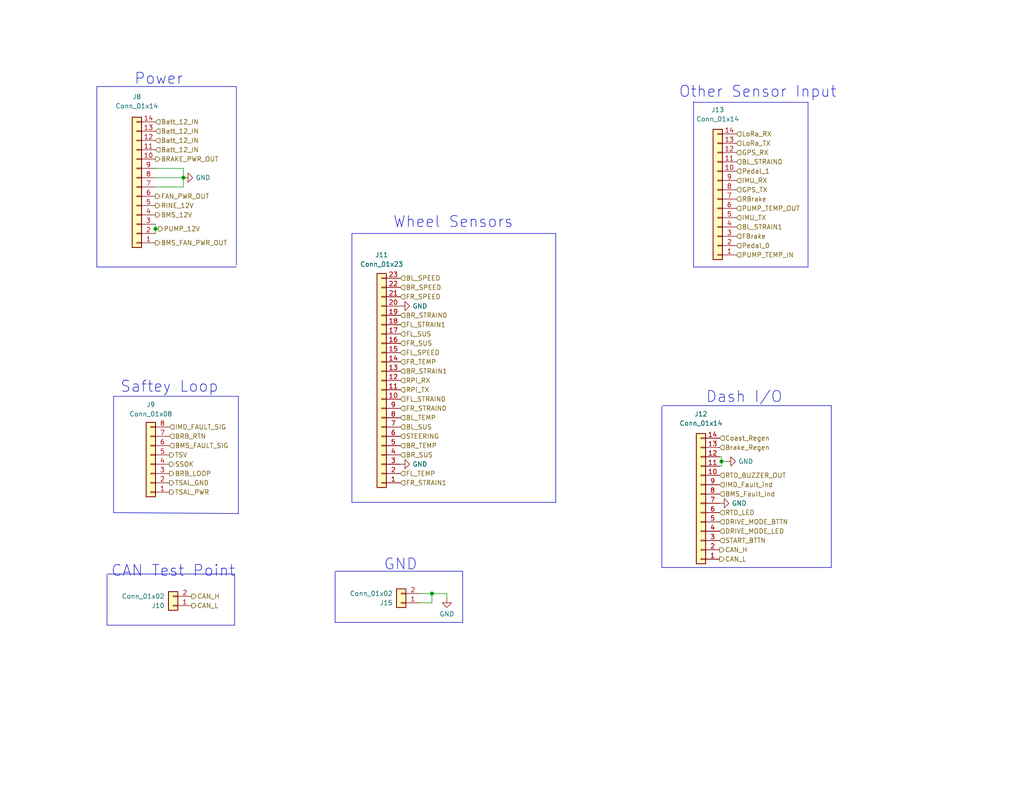
<source format=kicad_sch>
(kicad_sch (version 20230121) (generator eeschema)
  (paper "A")
  (title_block (date "2023-05-15") (rev "V 1.1") (company "AERO") (comment 1 "Colin Grund") (comment 2 "All Connectors in and out"))
  (lib_symbols
    (symbol "Connector_Generic:Conn_01x02" (pin_names (offset 1.016) hide)
      (property "Reference" "J" (at 0 2.54 0))
      (property "Value" "Conn_01x02" (at 0 -5.08 0))
      (symbol "Conn_01x02_1_1"
        (rectangle (start -1.27 -2.413) (end 0 -2.667) (stroke (width 0.1524)))
        (rectangle (start -1.27 0.127) (end 0 -0.127) (stroke (width 0.1524)))
        (rectangle (start -1.27 1.27) (end 1.27 -3.81) (stroke (width 0.254)) (fill (type background)))
        (pin passive line (at -5.08 0 0) (length 3.81) (name "Pin_1") (number "1"))
        (pin passive line (at -5.08 -2.54 0) (length 3.81) (name "Pin_2") (number "2"))
      )
    )
    (symbol "Connector_Generic:Conn_01x08" (pin_names (offset 1.016) hide)
      (property "Reference" "J" (at 0 10.16 0))
      (property "Value" "Conn_01x08" (at 0 -12.7 0))
      (symbol "Conn_01x08_1_1"
        (rectangle (start -1.27 -10.033) (end 0 -10.287) (stroke (width 0.1524)))
        (rectangle (start -1.27 -7.493) (end 0 -7.747) (stroke (width 0.1524)))
        (rectangle (start -1.27 -4.953) (end 0 -5.207) (stroke (width 0.1524)))
        (rectangle (start -1.27 -2.413) (end 0 -2.667) (stroke (width 0.1524)))
        (rectangle (start -1.27 0.127) (end 0 -0.127) (stroke (width 0.1524)))
        (rectangle (start -1.27 2.667) (end 0 2.413) (stroke (width 0.1524)))
        (rectangle (start -1.27 5.207) (end 0 4.953) (stroke (width 0.1524)))
        (rectangle (start -1.27 7.747) (end 0 7.493) (stroke (width 0.1524)))
        (rectangle (start -1.27 8.89) (end 1.27 -11.43) (stroke (width 0.254)) (fill (type background)))
        (pin passive line (at -5.08 7.62 0) (length 3.81) (name "Pin_1") (number "1"))
        (pin passive line (at -5.08 5.08 0) (length 3.81) (name "Pin_2") (number "2"))
        (pin passive line (at -5.08 2.54 0) (length 3.81) (name "Pin_3") (number "3"))
        (pin passive line (at -5.08 0 0) (length 3.81) (name "Pin_4") (number "4"))
        (pin passive line (at -5.08 -2.54 0) (length 3.81) (name "Pin_5") (number "5"))
        (pin passive line (at -5.08 -5.08 0) (length 3.81) (name "Pin_6") (number "6"))
        (pin passive line (at -5.08 -7.62 0) (length 3.81) (name "Pin_7") (number "7"))
        (pin passive line (at -5.08 -10.16 0) (length 3.81) (name "Pin_8") (number "8"))
      )
    )
    (symbol "Connector_Generic:Conn_01x14" (pin_names (offset 1.016) hide)
      (property "Reference" "J" (at 0 17.78 0))
      (property "Value" "Conn_01x14" (at 0 -20.32 0))
      (symbol "Conn_01x14_1_1"
        (rectangle (start -1.27 -17.653) (end 0 -17.907) (stroke (width 0.1524)))
        (rectangle (start -1.27 -15.113) (end 0 -15.367) (stroke (width 0.1524)))
        (rectangle (start -1.27 -12.573) (end 0 -12.827) (stroke (width 0.1524)))
        (rectangle (start -1.27 -10.033) (end 0 -10.287) (stroke (width 0.1524)))
        (rectangle (start -1.27 -7.493) (end 0 -7.747) (stroke (width 0.1524)))
        (rectangle (start -1.27 -4.953) (end 0 -5.207) (stroke (width 0.1524)))
        (rectangle (start -1.27 -2.413) (end 0 -2.667) (stroke (width 0.1524)))
        (rectangle (start -1.27 0.127) (end 0 -0.127) (stroke (width 0.1524)))
        (rectangle (start -1.27 2.667) (end 0 2.413) (stroke (width 0.1524)))
        (rectangle (start -1.27 5.207) (end 0 4.953) (stroke (width 0.1524)))
        (rectangle (start -1.27 7.747) (end 0 7.493) (stroke (width 0.1524)))
        (rectangle (start -1.27 10.287) (end 0 10.033) (stroke (width 0.1524)))
        (rectangle (start -1.27 12.827) (end 0 12.573) (stroke (width 0.1524)))
        (rectangle (start -1.27 15.367) (end 0 15.113) (stroke (width 0.1524)))
        (rectangle (start -1.27 16.51) (end 1.27 -19.05) (stroke (width 0.254)) (fill (type background)))
        (pin passive line (at -5.08 15.24 0) (length 3.81) (name "Pin_1") (number "1"))
        (pin passive line (at -5.08 -7.62 0) (length 3.81) (name "Pin_10") (number "10"))
        (pin passive line (at -5.08 -10.16 0) (length 3.81) (name "Pin_11") (number "11"))
        (pin passive line (at -5.08 -12.7 0) (length 3.81) (name "Pin_12") (number "12"))
        (pin passive line (at -5.08 -15.24 0) (length 3.81) (name "Pin_13") (number "13"))
        (pin passive line (at -5.08 -17.78 0) (length 3.81) (name "Pin_14") (number "14"))
        (pin passive line (at -5.08 12.7 0) (length 3.81) (name "Pin_2") (number "2"))
        (pin passive line (at -5.08 10.16 0) (length 3.81) (name "Pin_3") (number "3"))
        (pin passive line (at -5.08 7.62 0) (length 3.81) (name "Pin_4") (number "4"))
        (pin passive line (at -5.08 5.08 0) (length 3.81) (name "Pin_5") (number "5"))
        (pin passive line (at -5.08 2.54 0) (length 3.81) (name "Pin_6") (number "6"))
        (pin passive line (at -5.08 0 0) (length 3.81) (name "Pin_7") (number "7"))
        (pin passive line (at -5.08 -2.54 0) (length 3.81) (name "Pin_8") (number "8"))
        (pin passive line (at -5.08 -5.08 0) (length 3.81) (name "Pin_9") (number "9"))
      )
    )
    (symbol "Connector_Generic:Conn_01x23" (pin_names (offset 1.016) hide)
      (property "Reference" "J" (at 0 30.48 0))
      (property "Value" "Conn_01x23" (at 0 -30.48 0))
      (symbol "Conn_01x23_1_1"
        (rectangle (start -1.27 -27.813) (end 0 -28.067) (stroke (width 0.1524)))
        (rectangle (start -1.27 -25.273) (end 0 -25.527) (stroke (width 0.1524)))
        (rectangle (start -1.27 -22.733) (end 0 -22.987) (stroke (width 0.1524)))
        (rectangle (start -1.27 -20.193) (end 0 -20.447) (stroke (width 0.1524)))
        (rectangle (start -1.27 -17.653) (end 0 -17.907) (stroke (width 0.1524)))
        (rectangle (start -1.27 -15.113) (end 0 -15.367) (stroke (width 0.1524)))
        (rectangle (start -1.27 -12.573) (end 0 -12.827) (stroke (width 0.1524)))
        (rectangle (start -1.27 -10.033) (end 0 -10.287) (stroke (width 0.1524)))
        (rectangle (start -1.27 -7.493) (end 0 -7.747) (stroke (width 0.1524)))
        (rectangle (start -1.27 -4.953) (end 0 -5.207) (stroke (width 0.1524)))
        (rectangle (start -1.27 -2.413) (end 0 -2.667) (stroke (width 0.1524)))
        (rectangle (start -1.27 0.127) (end 0 -0.127) (stroke (width 0.1524)))
        (rectangle (start -1.27 2.667) (end 0 2.413) (stroke (width 0.1524)))
        (rectangle (start -1.27 5.207) (end 0 4.953) (stroke (width 0.1524)))
        (rectangle (start -1.27 7.747) (end 0 7.493) (stroke (width 0.1524)))
        (rectangle (start -1.27 10.287) (end 0 10.033) (stroke (width 0.1524)))
        (rectangle (start -1.27 12.827) (end 0 12.573) (stroke (width 0.1524)))
        (rectangle (start -1.27 15.367) (end 0 15.113) (stroke (width 0.1524)))
        (rectangle (start -1.27 17.907) (end 0 17.653) (stroke (width 0.1524)))
        (rectangle (start -1.27 20.447) (end 0 20.193) (stroke (width 0.1524)))
        (rectangle (start -1.27 22.987) (end 0 22.733) (stroke (width 0.1524)))
        (rectangle (start -1.27 25.527) (end 0 25.273) (stroke (width 0.1524)))
        (rectangle (start -1.27 28.067) (end 0 27.813) (stroke (width 0.1524)))
        (rectangle (start -1.27 29.21) (end 1.27 -29.21) (stroke (width 0.254)) (fill (type background)))
        (pin passive line (at -5.08 27.94 0) (length 3.81) (name "Pin_1") (number "1"))
        (pin passive line (at -5.08 5.08 0) (length 3.81) (name "Pin_10") (number "10"))
        (pin passive line (at -5.08 2.54 0) (length 3.81) (name "Pin_11") (number "11"))
        (pin passive line (at -5.08 0 0) (length 3.81) (name "Pin_12") (number "12"))
        (pin passive line (at -5.08 -2.54 0) (length 3.81) (name "Pin_13") (number "13"))
        (pin passive line (at -5.08 -5.08 0) (length 3.81) (name "Pin_14") (number "14"))
        (pin passive line (at -5.08 -7.62 0) (length 3.81) (name "Pin_15") (number "15"))
        (pin passive line (at -5.08 -10.16 0) (length 3.81) (name "Pin_16") (number "16"))
        (pin passive line (at -5.08 -12.7 0) (length 3.81) (name "Pin_17") (number "17"))
        (pin passive line (at -5.08 -15.24 0) (length 3.81) (name "Pin_18") (number "18"))
        (pin passive line (at -5.08 -17.78 0) (length 3.81) (name "Pin_19") (number "19"))
        (pin passive line (at -5.08 25.4 0) (length 3.81) (name "Pin_2") (number "2"))
        (pin passive line (at -5.08 -20.32 0) (length 3.81) (name "Pin_20") (number "20"))
        (pin passive line (at -5.08 -22.86 0) (length 3.81) (name "Pin_21") (number "21"))
        (pin passive line (at -5.08 -25.4 0) (length 3.81) (name "Pin_22") (number "22"))
        (pin passive line (at -5.08 -27.94 0) (length 3.81) (name "Pin_23") (number "23"))
        (pin passive line (at -5.08 22.86 0) (length 3.81) (name "Pin_3") (number "3"))
        (pin passive line (at -5.08 20.32 0) (length 3.81) (name "Pin_4") (number "4"))
        (pin passive line (at -5.08 17.78 0) (length 3.81) (name "Pin_5") (number "5"))
        (pin passive line (at -5.08 15.24 0) (length 3.81) (name "Pin_6") (number "6"))
        (pin passive line (at -5.08 12.7 0) (length 3.81) (name "Pin_7") (number "7"))
        (pin passive line (at -5.08 10.16 0) (length 3.81) (name "Pin_8") (number "8"))
        (pin passive line (at -5.08 7.62 0) (length 3.81) (name "Pin_9") (number "9"))
      )
    )
    (symbol "power:GND" (power) (pin_names (offset 0))
      (property "Value" "GND" (at 0 -3.81 0))
      (symbol "GND_0_1"
        (polyline (pts (xy 0 0) (xy 0 -1.27) (xy 1.27 -1.27) (xy 0 -2.54) (xy -1.27 -1.27) (xy 0 -1.27)))
      )
      (symbol "GND_1_1"
        (pin power_in line (at 0 0 270) (length 0) hide (name "GND") (number "1"))
      )
    )
  )
  (junction (at 42.418 62.484))
  (junction (at 50.038 48.514))
  (junction (at 196.85 125.984))
  (junction (at 117.856 162.052))
  (polyline (pts (xy 220.472 27.94) (xy 220.472 72.898)))
  (wire (pts (xy 114.554 164.592) (xy 117.856 164.592)))
  (polyline (pts (xy 151.638 137.16) (xy 96.012 137.16)))
  (wire (pts (xy 50.038 45.974) (xy 50.038 48.514)))
  (polyline (pts (xy 91.694 155.956) (xy 126.238 155.956)))
  (wire (pts (xy 196.342 127.254) (xy 196.85 127.254)))
  (wire (pts (xy 196.85 125.984) (xy 196.85 124.714)))
  (polyline (pts (xy 126.238 169.926) (xy 91.44 169.926)))
  (polyline (pts (xy 189.23 27.94) (xy 220.472 27.94)))
  (polyline (pts (xy 26.416 23.622) (xy 26.416 72.898)))
  (polyline (pts (xy 180.848 110.744) (xy 226.822 110.744)))
  (wire (pts (xy 42.418 62.484) (xy 42.418 63.754)))
  (polyline (pts (xy 226.822 110.744) (xy 226.822 154.94)))
  (polyline (pts (xy 64.516 72.39) (xy 64.516 23.622)))
  (wire (pts (xy 117.856 164.592) (xy 117.856 162.052)))
  (polyline (pts (xy 30.988 139.954) (xy 30.988 108.204)))
  (polyline (pts (xy 64.008 156.718) (xy 64.008 170.688)))
  (polyline (pts (xy 180.594 154.94) (xy 180.594 110.998)))
  (polyline (pts (xy 220.472 72.898) (xy 189.23 72.898)))
  (polyline (pts (xy 96.012 137.16) (xy 96.012 63.754)))
  (polyline (pts (xy 29.464 156.718) (xy 64.008 156.718)))
  (wire (pts (xy 42.418 51.054) (xy 50.038 51.054)))
  (wire (pts (xy 42.418 61.214) (xy 42.418 62.484)))
  (polyline (pts (xy 30.988 108.204) (xy 65.024 108.204)))
  (wire (pts (xy 121.92 162.052) (xy 121.92 163.322)))
  (polyline (pts (xy 64.516 23.622) (xy 26.416 23.622)))
  (wire (pts (xy 50.038 48.514) (xy 50.038 51.054)))
  (polyline (pts (xy 226.822 154.94) (xy 180.594 154.94)))
  (wire (pts (xy 196.85 125.984) (xy 198.12 125.984)))
  (polyline (pts (xy 189.23 72.898) (xy 189.23 27.686)))
  (polyline (pts (xy 126.238 155.956) (xy 126.238 169.926)))
  (polyline (pts (xy 26.416 72.898) (xy 64.516 72.898)))
  (polyline (pts (xy 64.008 170.688) (xy 29.21 170.688)))
  (polyline (pts (xy 91.44 169.926) (xy 91.44 155.956)))
  (wire (pts (xy 42.418 45.974) (xy 50.038 45.974)))
  (polyline (pts (xy 29.21 170.688) (xy 29.21 156.718)))
  (polyline (pts (xy 65.024 108.204) (xy 65.024 140.208)))
  (wire (pts (xy 196.85 124.714) (xy 196.342 124.714)))
  (polyline (pts (xy 65.024 140.208) (xy 30.988 139.954)))
  (polyline (pts (xy 96.012 63.754) (xy 151.638 63.754)))
  (wire (pts (xy 114.554 162.052) (xy 117.856 162.052)))
  (wire (pts (xy 43.18 62.484) (xy 42.418 62.484)))
  (polyline (pts (xy 151.638 63.754) (xy 151.638 137.16)))
  (wire (pts (xy 117.856 162.052) (xy 121.92 162.052)))
  (wire (pts (xy 196.85 127.254) (xy 196.85 125.984)))
  (wire (pts (xy 42.418 48.514) (xy 50.038 48.514)))
  (text "Power" (at 36.576 23.368 0) (effects (font (size 3 3)) (justify left bottom)))
  (text "Wheel Sensors" (at 107.188 62.484 0) (effects (font (size 3 3)) (justify left bottom)))
  (text "CAN Test Point" (at 30.226 157.734 0) (effects (font (size 3 3)) (justify left bottom)))
  (text "GND" (at 104.648 155.956 0) (effects (font (size 3 3)) (justify left bottom)))
  (text "Other Sensor Input" (at 185.166 26.924 0) (effects (font (size 3 3)) (justify left bottom)))
  (text "Dash I/O" (at 192.532 110.236 0) (effects (font (size 3 3)) (justify left bottom)))
  (text "Saftey Loop" (at 32.766 107.442 0) (effects (font (size 3 3)) (justify left bottom)))
  (hierarchical_label "BR_STRAIN0" (shape input) (at 109.22 86.106 0))
  (hierarchical_label "BRAKE_PWR_OUT" (shape output) (at 42.418 43.434 0))
  (hierarchical_label "BR_TEMP" (shape input) (at 109.22 121.666 0))
  (hierarchical_label "DRIVE_MODE_BTTN" (shape input) (at 196.342 142.494 0))
  (hierarchical_label "BL_STRAIN0" (shape input) (at 200.914 44.196 0))
  (hierarchical_label "FL_TEMP" (shape input) (at 109.22 129.286 0))
  (hierarchical_label "FL_STRAIN1" (shape input) (at 109.22 88.646 0))
  (hierarchical_label "CAN_H" (shape output) (at 52.324 162.814 0))
  (hierarchical_label "BMS_FAULT_SIG" (shape input) (at 46.228 121.666 0))
  (hierarchical_label "RINE_12V" (shape output) (at 42.418 56.134 0))
  (hierarchical_label "BMS_FAN_PWR_OUT" (shape output) (at 42.418 66.294 0))
  (hierarchical_label "BL_SPEED" (shape input) (at 109.22 75.946 0))
  (hierarchical_label "CAN_H" (shape output) (at 196.342 150.114 0))
  (hierarchical_label "PUMP_TEMP_OUT" (shape input) (at 200.914 56.896 0))
  (hierarchical_label "FL_SUS" (shape input) (at 109.22 91.186 0))
  (hierarchical_label "TSAL_PWR" (shape output) (at 46.228 134.366 0))
  (hierarchical_label "BR_SUS" (shape input) (at 109.22 124.206 0))
  (hierarchical_label "Batt_12_IN" (shape input) (at 42.418 40.894 0))
  (hierarchical_label "BR_SPEED" (shape input) (at 109.22 78.486 0))
  (hierarchical_label "BMS_12V" (shape output) (at 42.418 58.674 0))
  (hierarchical_label "FR_SUS" (shape input) (at 109.22 93.726 0))
  (hierarchical_label "Batt_12_IN" (shape input) (at 42.418 33.274 0))
  (hierarchical_label "FR_STRAIN0" (shape input) (at 109.22 111.506 0))
  (hierarchical_label "IMU_RX" (shape input) (at 200.914 49.276 0))
  (hierarchical_label "Pedal_0" (shape input) (at 200.914 67.056 0))
  (hierarchical_label "RTD_LED" (shape input) (at 196.342 139.954 0))
  (hierarchical_label "FR_STRAIN1" (shape input) (at 109.22 131.826 0))
  (hierarchical_label "BL_SUS" (shape input) (at 109.22 116.586 0))
  (hierarchical_label "TSAL_GND" (shape output) (at 46.228 131.826 0))
  (hierarchical_label "PUMP_TEMP_IN" (shape input) (at 200.914 69.596 0))
  (hierarchical_label "DRIVE_MODE_LED" (shape input) (at 196.342 145.034 0))
  (hierarchical_label "STEERING" (shape input) (at 109.22 119.126 0))
  (hierarchical_label "Coast_Regen" (shape input) (at 196.342 119.634 0))
  (hierarchical_label "Pedal_1" (shape input) (at 200.914 46.736 0))
  (hierarchical_label "BRB_RTN" (shape input) (at 46.228 119.126 0))
  (hierarchical_label "PUMP_12V" (shape output) (at 43.18 62.484 0))
  (hierarchical_label "TSV" (shape output) (at 46.228 124.206 0))
  (hierarchical_label "GPS_TX" (shape input) (at 200.914 51.816 0))
  (hierarchical_label "CAN_L" (shape output) (at 196.342 152.654 0))
  (hierarchical_label "FBrake" (shape input) (at 200.914 64.516 0))
  (hierarchical_label "BRB_LOOP" (shape output) (at 46.228 129.286 0))
  (hierarchical_label "CAN_L" (shape output) (at 52.324 165.354 0))
  (hierarchical_label "IMD_FAULT_SIG" (shape input) (at 46.228 116.586 0))
  (hierarchical_label "FL_STRAIN0" (shape input) (at 109.22 108.966 0))
  (hierarchical_label "RTD_BUZZER_OUT" (shape input) (at 196.342 129.794 0))
  (hierarchical_label "RPi_RX" (shape input) (at 109.22 103.886 0))
  (hierarchical_label "IMD_Fault_ind" (shape input) (at 196.342 132.334 0))
  (hierarchical_label "RBrake" (shape input) (at 200.914 54.356 0))
  (hierarchical_label "FL_SPEED" (shape input) (at 109.22 96.266 0))
  (hierarchical_label "FR_TEMP" (shape input) (at 109.22 98.806 0))
  (hierarchical_label "FAN_PWR_OUT" (shape output) (at 42.418 53.594 0))
  (hierarchical_label "BL_TEMP" (shape input) (at 109.22 114.046 0))
  (hierarchical_label "LoRa_TX" (shape input) (at 200.914 39.116 0))
  (hierarchical_label "BR_STRAIN1" (shape input) (at 109.22 101.346 0))
  (hierarchical_label "LoRa_RX" (shape input) (at 200.914 36.576 0))
  (hierarchical_label "Batt_12_IN" (shape input) (at 42.418 35.814 0))
  (hierarchical_label "START_BTTN" (shape input) (at 196.342 147.574 0))
  (hierarchical_label "GPS_RX" (shape input) (at 200.914 41.656 0))
  (hierarchical_label "BL_STRAIN1" (shape input) (at 200.914 61.976 0))
  (hierarchical_label "IMU_TX" (shape input) (at 200.914 59.436 0))
  (hierarchical_label "RPi_TX" (shape input) (at 109.22 106.426 0))
  (hierarchical_label "FR_SPEED" (shape input) (at 109.22 81.026 0))
  (hierarchical_label "Brake_Regen" (shape input) (at 196.342 122.174 0))
  (hierarchical_label "SSOK" (shape output) (at 46.228 126.746 0))
  (hierarchical_label "BMS_Fault_ind" (shape input) (at 196.342 134.874 0))
  (hierarchical_label "Batt_12_IN" (shape input) (at 42.418 38.354 0))
  (symbol (lib_id "power:GND") (at 109.22 83.566 90) (unit 1)
    (property "Reference" "#PWR064" (effects hide))
    (property "Value" "GND" (at 112.522 83.566 90) (effects (justify right)))
  )
  (symbol (lib_id "power:GND") (at 109.22 126.746 90) (unit 1)
    (property "Reference" "#PWR063" (effects hide))
    (property "Value" "GND" (at 112.522 126.746 90) (effects (justify right)))
  )
  (symbol (lib_id "Connector_Generic:Conn_01x14") (at 191.262 137.414 180) (unit 1)
    (property "Reference" "J12" (at 191.262 113.03 0))
    (property "Value" "Conn_01x14" (at 191.262 115.57 0))
    (property "Footprint" "AERO_Footprints:TE_1-776266-1_14pin_Horizontal" (effects hide))
  )
  (symbol (lib_id "Connector_Generic:Conn_01x02") (at 109.474 164.592 180) (unit 1)
    (property "Reference" "J15" (at 107.188 164.5921 0) (effects (justify left)))
    (property "Value" "Conn_01x02" (at 107.188 162.0521 0) (effects (justify left)))
    (property "Footprint" "AERO_Footprints:TE_MATE-N-LOK_1-770866-x_1x02_P4.14mm_Vertical" (effects hide))
  )
  (symbol (lib_id "Connector_Generic:Conn_01x02") (at 47.244 165.354 180) (unit 1)
    (property "Reference" "J10" (at 44.958 165.3541 0) (effects (justify left)))
    (property "Value" "Conn_01x02" (at 44.958 162.8141 0) (effects (justify left)))
    (property "Footprint" "AERO_Footprints:TE_MATE-N-LOK_1-770866-x_1x02_P4.14mm_Vertical" (effects hide))
  )
  (symbol (lib_id "Connector_Generic:Conn_01x08") (at 41.148 126.746 180) (unit 1)
    (property "Reference" "J9" (at 41.148 110.49 0))
    (property "Value" "Conn_01x08" (at 41.148 113.03 0))
    (property "Footprint" "AERO_Footprints:TE_1-776280-1_8pin_Horizontal" (effects hide))
  )
  (symbol (lib_id "Connector_Generic:Conn_01x14") (at 195.834 54.356 180) (unit 1)
    (property "Reference" "J13" (at 195.834 29.972 0))
    (property "Value" "Conn_01x14" (at 195.834 32.512 0))
    (property "Footprint" "AERO_Footprints:TE_1-776266-1_14pin_Horizontal" (effects hide))
  )
  (symbol (lib_id "power:GND") (at 121.92 163.322 0) (unit 1)
    (property "Reference" "#PWR065" (effects hide))
    (property "Value" "GND" (at 121.92 167.64 0))
  )
  (symbol (lib_id "power:GND") (at 196.342 137.414 90) (unit 1)
    (property "Reference" "#PWR062" (effects hide))
    (property "Value" "GND" (at 199.644 137.414 90) (effects (justify right)))
  )
  (symbol (lib_id "Connector_Generic:Conn_01x23") (at 104.14 103.886 180) (unit 1)
    (property "Reference" "J11" (at 104.14 69.596 0))
    (property "Value" "Conn_01x23" (at 104.14 72.136 0))
    (property "Footprint" "AERO_Footprints:TE_1-770669-1_23pin_Horizontal" (effects hide))
  )
  (symbol (lib_id "Connector_Generic:Conn_01x14") (at 37.338 51.054 180) (unit 1)
    (property "Reference" "J8" (at 37.338 26.416 0))
    (property "Value" "Conn_01x14" (at 37.338 28.956 0))
    (property "Footprint" "AERO_Footprints:TE_1-776266-1_14pin_Horizontal" (effects hide))
  )
  (symbol (lib_id "power:GND") (at 50.038 48.514 90) (unit 1)
    (property "Reference" "#PWR037" (effects hide))
    (property "Value" "GND" (at 53.34 48.514 90) (effects (justify right)))
  )
  (symbol (lib_id "power:GND") (at 198.12 125.984 90) (unit 1)
    (property "Reference" "#PWR060" (effects hide))
    (property "Value" "GND" (at 201.422 125.984 90) (effects (justify right)))
  )
)
</source>
